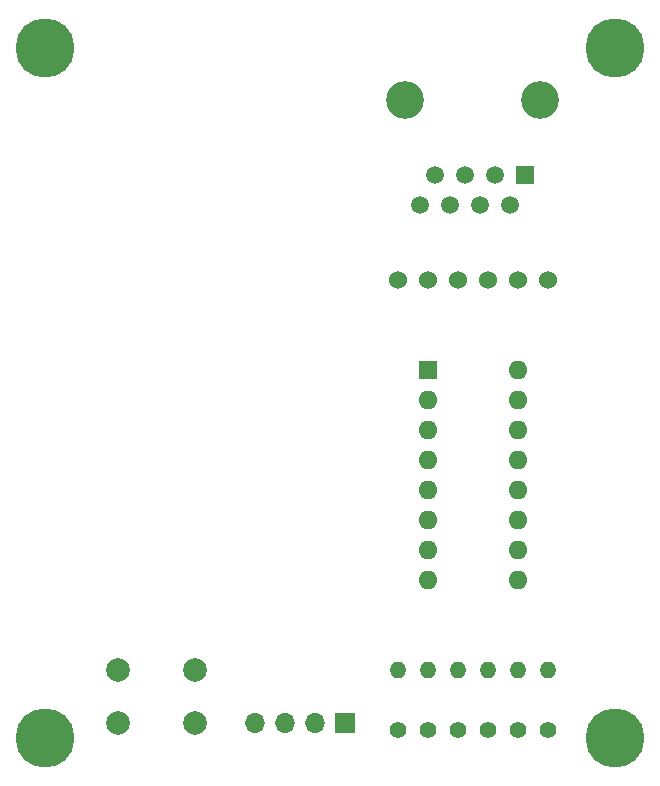
<source format=gbr>
%TF.GenerationSoftware,KiCad,Pcbnew,5.1.10-88a1d61d58~88~ubuntu18.04.1*%
%TF.CreationDate,2021-08-27T16:22:50+08:00*%
%TF.ProjectId,grip_strength,67726970-5f73-4747-9265-6e6774682e6b,rev?*%
%TF.SameCoordinates,Original*%
%TF.FileFunction,Soldermask,Bot*%
%TF.FilePolarity,Negative*%
%FSLAX46Y46*%
G04 Gerber Fmt 4.6, Leading zero omitted, Abs format (unit mm)*
G04 Created by KiCad (PCBNEW 5.1.10-88a1d61d58~88~ubuntu18.04.1) date 2021-08-27 16:22:50*
%MOMM*%
%LPD*%
G01*
G04 APERTURE LIST*
%ADD10C,3.200000*%
%ADD11R,1.500000X1.500000*%
%ADD12C,1.500000*%
%ADD13O,1.700000X1.700000*%
%ADD14R,1.700000X1.700000*%
%ADD15O,1.400000X1.400000*%
%ADD16C,1.400000*%
%ADD17C,1.524000*%
%ADD18O,1.600000X1.600000*%
%ADD19R,1.600000X1.600000*%
%ADD20C,2.000000*%
%ADD21C,5.000000*%
G04 APERTURE END LIST*
D10*
%TO.C,J1*%
X109220000Y-60325000D03*
X120650000Y-60325000D03*
D11*
X119380000Y-66675000D03*
D12*
X118110000Y-69215000D03*
X116840000Y-66675000D03*
X115570000Y-69215000D03*
X114300000Y-66675000D03*
X113030000Y-69215000D03*
X111760000Y-66675000D03*
X110490000Y-69215000D03*
%TD*%
D13*
%TO.C,U4*%
X96520000Y-113030000D03*
X99060000Y-113030000D03*
X101600000Y-113030000D03*
D14*
X104140000Y-113030000D03*
%TD*%
D15*
%TO.C,R6*%
X108585000Y-108585000D03*
D16*
X108585000Y-113665000D03*
%TD*%
D17*
%TO.C,U2*%
X108585000Y-75565000D03*
X111125000Y-75565000D03*
X113665000Y-75565000D03*
X116205000Y-75565000D03*
X118745000Y-75565000D03*
X121285000Y-75565000D03*
%TD*%
D18*
%TO.C,U3*%
X118745000Y-83185000D03*
X111125000Y-100965000D03*
X118745000Y-85725000D03*
X111125000Y-98425000D03*
X118745000Y-88265000D03*
X111125000Y-95885000D03*
X118745000Y-90805000D03*
X111125000Y-93345000D03*
X118745000Y-93345000D03*
X111125000Y-90805000D03*
X118745000Y-95885000D03*
X111125000Y-88265000D03*
X118745000Y-98425000D03*
X111125000Y-85725000D03*
X118745000Y-100965000D03*
D19*
X111125000Y-83185000D03*
%TD*%
D20*
%TO.C,SW1*%
X91440000Y-108530000D03*
X91440000Y-113030000D03*
X84940000Y-108530000D03*
X84940000Y-113030000D03*
%TD*%
D21*
%TO.C,H1*%
X78740000Y-55880000D03*
%TD*%
%TO.C,H2*%
X127000000Y-55880000D03*
%TD*%
%TO.C,H3*%
X78740000Y-114300000D03*
%TD*%
%TO.C,H4*%
X127000000Y-114300000D03*
%TD*%
D16*
%TO.C,R1*%
X121285000Y-113665000D03*
D15*
X121285000Y-108585000D03*
%TD*%
%TO.C,R2*%
X118745000Y-108585000D03*
D16*
X118745000Y-113665000D03*
%TD*%
%TO.C,R3*%
X116205000Y-113665000D03*
D15*
X116205000Y-108585000D03*
%TD*%
D16*
%TO.C,R4*%
X113665000Y-113665000D03*
D15*
X113665000Y-108585000D03*
%TD*%
%TO.C,R5*%
X111125000Y-108585000D03*
D16*
X111125000Y-113665000D03*
%TD*%
M02*

</source>
